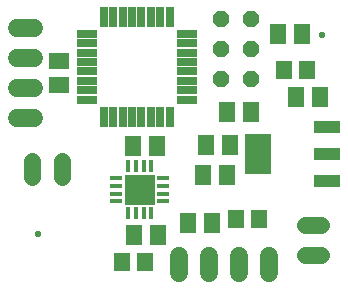
<source format=gts>
G04 EAGLE Gerber RS-274X export*
G75*
%MOMM*%
%FSLAX34Y34*%
%LPD*%
%INSoldermask Top*%
%IPPOS*%
%AMOC8*
5,1,8,0,0,1.08239X$1,22.5*%
G01*
%ADD10C,0.551600*%
%ADD11R,0.406400X1.066800*%
%ADD12R,1.066800X0.406400*%
%ADD13R,2.540000X2.540000*%
%ADD14R,1.701600X0.651600*%
%ADD15R,0.651600X1.701600*%
%ADD16R,1.401600X1.701600*%
%ADD17R,1.701600X1.401600*%
%ADD18C,1.422400*%
%ADD19C,1.524000*%
%ADD20R,1.401600X1.601600*%
%ADD21P,1.525737X8X292.500000*%
%ADD22R,2.251600X1.051600*%
%ADD23R,2.251600X3.351600*%


D10*
X45715Y56086D03*
X286145Y225191D03*
D11*
X141830Y113919D03*
X135330Y113919D03*
X128830Y113919D03*
X122330Y113919D03*
D12*
X112141Y103730D03*
X112141Y97230D03*
X112141Y90730D03*
X112141Y84230D03*
D11*
X122330Y74041D03*
X128830Y74041D03*
X135330Y74041D03*
X141830Y74041D03*
D12*
X152019Y84230D03*
X152019Y90730D03*
X152019Y97230D03*
X152019Y103730D03*
D13*
X132080Y93980D03*
D14*
X87040Y226120D03*
X87040Y218120D03*
X87040Y210120D03*
X87040Y202120D03*
X87040Y194120D03*
X87040Y186120D03*
X87040Y178120D03*
X87040Y170120D03*
X172040Y170120D03*
X172040Y178120D03*
X172040Y186120D03*
X172040Y194120D03*
X172040Y202120D03*
X172040Y210120D03*
X172040Y218120D03*
X172040Y226120D03*
D15*
X101540Y155620D03*
X109540Y155620D03*
X117540Y155620D03*
X125540Y155620D03*
X133540Y155620D03*
X141540Y155620D03*
X149540Y155620D03*
X157540Y155620D03*
X157540Y240620D03*
X149540Y240620D03*
X141540Y240620D03*
X133540Y240620D03*
X125540Y240620D03*
X117540Y240620D03*
X109540Y240620D03*
X101540Y240620D03*
D16*
X185580Y106680D03*
X205580Y106680D03*
X192880Y66040D03*
X172880Y66040D03*
X147160Y55880D03*
X127160Y55880D03*
D17*
X63500Y183040D03*
X63500Y203040D03*
D16*
X269080Y226060D03*
X249080Y226060D03*
X205900Y160020D03*
X225900Y160020D03*
X264320Y172720D03*
X284320Y172720D03*
D18*
X66040Y118364D02*
X66040Y105156D01*
X40640Y105156D02*
X40640Y118364D01*
D19*
X215900Y37592D02*
X215900Y23368D01*
X241300Y23368D02*
X241300Y37592D01*
X165100Y37592D02*
X165100Y23368D01*
X190500Y23368D02*
X190500Y37592D01*
X42672Y154940D02*
X28448Y154940D01*
X28448Y180340D02*
X42672Y180340D01*
X42672Y205740D02*
X28448Y205740D01*
X28448Y231140D02*
X42672Y231140D01*
D20*
X254660Y195580D03*
X273660Y195580D03*
D21*
X226060Y213360D03*
X200660Y213360D03*
X226060Y238760D03*
X200660Y238760D03*
X200660Y187960D03*
X226060Y187960D03*
D22*
X290620Y101460D03*
X290620Y124460D03*
X290620Y147460D03*
D23*
X232620Y124460D03*
D18*
X272161Y38735D02*
X285369Y38735D01*
X285369Y64135D02*
X272161Y64135D01*
D20*
X214020Y69215D03*
X233020Y69215D03*
X117500Y32385D03*
X136500Y32385D03*
D16*
X126525Y130810D03*
X146525Y130810D03*
X188120Y132080D03*
X208120Y132080D03*
M02*

</source>
